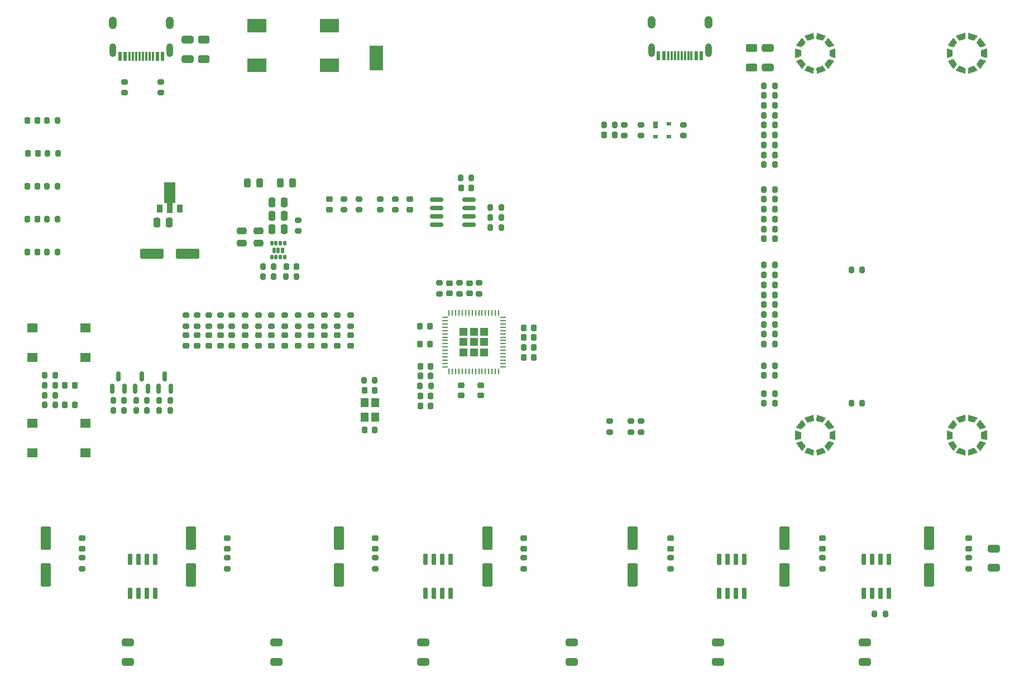
<source format=gbr>
G04 #@! TF.GenerationSoftware,KiCad,Pcbnew,7.0.9*
G04 #@! TF.CreationDate,2024-02-27T14:15:26+02:00*
G04 #@! TF.ProjectId,volthub7,766f6c74-6875-4623-972e-6b696361645f,rev?*
G04 #@! TF.SameCoordinates,Original*
G04 #@! TF.FileFunction,Paste,Top*
G04 #@! TF.FilePolarity,Positive*
%FSLAX46Y46*%
G04 Gerber Fmt 4.6, Leading zero omitted, Abs format (unit mm)*
G04 Created by KiCad (PCBNEW 7.0.9) date 2024-02-27 14:15:26*
%MOMM*%
%LPD*%
G01*
G04 APERTURE LIST*
G04 Aperture macros list*
%AMRoundRect*
0 Rectangle with rounded corners*
0 $1 Rounding radius*
0 $2 $3 $4 $5 $6 $7 $8 $9 X,Y pos of 4 corners*
0 Add a 4 corners polygon primitive as box body*
4,1,4,$2,$3,$4,$5,$6,$7,$8,$9,$2,$3,0*
0 Add four circle primitives for the rounded corners*
1,1,$1+$1,$2,$3*
1,1,$1+$1,$4,$5*
1,1,$1+$1,$6,$7*
1,1,$1+$1,$8,$9*
0 Add four rect primitives between the rounded corners*
20,1,$1+$1,$2,$3,$4,$5,0*
20,1,$1+$1,$4,$5,$6,$7,0*
20,1,$1+$1,$6,$7,$8,$9,0*
20,1,$1+$1,$8,$9,$2,$3,0*%
%AMFreePoly0*
4,1,9,3.862500,-0.866500,0.737500,-0.866500,0.737500,-0.450000,-0.737500,-0.450000,-0.737500,0.450000,0.737500,0.450000,0.737500,0.866500,3.862500,0.866500,3.862500,-0.866500,3.862500,-0.866500,$1*%
G04 Aperture macros list end*
%ADD10C,0.120000*%
%ADD11RoundRect,0.200000X-0.200000X-0.275000X0.200000X-0.275000X0.200000X0.275000X-0.200000X0.275000X0*%
%ADD12RoundRect,0.218750X0.256250X-0.218750X0.256250X0.218750X-0.256250X0.218750X-0.256250X-0.218750X0*%
%ADD13RoundRect,0.200000X-0.275000X0.200000X-0.275000X-0.200000X0.275000X-0.200000X0.275000X0.200000X0*%
%ADD14RoundRect,0.250000X0.250000X0.475000X-0.250000X0.475000X-0.250000X-0.475000X0.250000X-0.475000X0*%
%ADD15RoundRect,0.127500X-0.127500X0.317500X-0.127500X-0.317500X0.127500X-0.317500X0.127500X0.317500X0*%
%ADD16RoundRect,0.125000X-0.125000X0.187500X-0.125000X-0.187500X0.125000X-0.187500X0.125000X0.187500X0*%
%ADD17RoundRect,0.250000X-0.650000X0.325000X-0.650000X-0.325000X0.650000X-0.325000X0.650000X0.325000X0*%
%ADD18RoundRect,0.243750X-0.243750X-0.456250X0.243750X-0.456250X0.243750X0.456250X-0.243750X0.456250X0*%
%ADD19RoundRect,0.200000X0.200000X0.275000X-0.200000X0.275000X-0.200000X-0.275000X0.200000X-0.275000X0*%
%ADD20RoundRect,0.250000X0.475000X-0.250000X0.475000X0.250000X-0.475000X0.250000X-0.475000X-0.250000X0*%
%ADD21RoundRect,0.250000X0.650000X-0.325000X0.650000X0.325000X-0.650000X0.325000X-0.650000X-0.325000X0*%
%ADD22RoundRect,0.200000X0.275000X-0.200000X0.275000X0.200000X-0.275000X0.200000X-0.275000X-0.200000X0*%
%ADD23RoundRect,0.225000X0.225000X0.250000X-0.225000X0.250000X-0.225000X-0.250000X0.225000X-0.250000X0*%
%ADD24R,3.000000X2.000000*%
%ADD25RoundRect,0.218750X-0.256250X0.218750X-0.256250X-0.218750X0.256250X-0.218750X0.256250X0.218750X0*%
%ADD26RoundRect,0.225000X0.250000X-0.225000X0.250000X0.225000X-0.250000X0.225000X-0.250000X-0.225000X0*%
%ADD27RoundRect,0.218750X-0.218750X-0.256250X0.218750X-0.256250X0.218750X0.256250X-0.218750X0.256250X0*%
%ADD28RoundRect,0.250000X-0.625000X0.312500X-0.625000X-0.312500X0.625000X-0.312500X0.625000X0.312500X0*%
%ADD29RoundRect,0.225000X-0.225000X-0.250000X0.225000X-0.250000X0.225000X0.250000X-0.225000X0.250000X0*%
%ADD30RoundRect,0.150000X0.150000X-0.587500X0.150000X0.587500X-0.150000X0.587500X-0.150000X-0.587500X0*%
%ADD31R,1.600000X1.400000*%
%ADD32RoundRect,0.250000X0.625000X-0.312500X0.625000X0.312500X-0.625000X0.312500X-0.625000X-0.312500X0*%
%ADD33R,0.900000X1.300000*%
%ADD34FreePoly0,90.000000*%
%ADD35R,0.700000X1.000000*%
%ADD36R,0.700000X0.600000*%
%ADD37RoundRect,0.250000X0.550000X-1.500000X0.550000X1.500000X-0.550000X1.500000X-0.550000X-1.500000X0*%
%ADD38R,2.000000X3.800000*%
%ADD39R,1.150000X1.400000*%
%ADD40RoundRect,0.150000X0.150000X-0.725000X0.150000X0.725000X-0.150000X0.725000X-0.150000X-0.725000X0*%
%ADD41RoundRect,0.250000X1.500000X0.550000X-1.500000X0.550000X-1.500000X-0.550000X1.500000X-0.550000X0*%
%ADD42R,0.600000X1.450000*%
%ADD43R,0.300000X1.450000*%
%ADD44O,1.000000X2.100000*%
%ADD45O,1.200000X1.920000*%
%ADD46RoundRect,0.250000X0.380000X-0.380000X0.380000X0.380000X-0.380000X0.380000X-0.380000X-0.380000X0*%
%ADD47RoundRect,0.050000X0.050000X-0.387500X0.050000X0.387500X-0.050000X0.387500X-0.050000X-0.387500X0*%
%ADD48RoundRect,0.050000X0.387500X-0.050000X0.387500X0.050000X-0.387500X0.050000X-0.387500X-0.050000X0*%
%ADD49RoundRect,0.225000X-0.250000X0.225000X-0.250000X-0.225000X0.250000X-0.225000X0.250000X0.225000X0*%
%ADD50RoundRect,0.150000X-0.825000X-0.150000X0.825000X-0.150000X0.825000X0.150000X-0.825000X0.150000X0*%
G04 APERTURE END LIST*
G04 #@! TO.C,H11*
D10*
X142062262Y-26300000D02*
X142062262Y-27200000D01*
X141262262Y-27450000D01*
X141262262Y-26050000D01*
X142062262Y-26300000D01*
G36*
X142062262Y-26300000D02*
G01*
X142062262Y-27200000D01*
X141262262Y-27450000D01*
X141262262Y-26050000D01*
X142062262Y-26300000D01*
G37*
X142746928Y-25092815D02*
X142217921Y-25820930D01*
X141423761Y-25552956D01*
X142246660Y-24420332D01*
X142746928Y-25092815D01*
G36*
X142746928Y-25092815D02*
G01*
X142217921Y-25820930D01*
X141423761Y-25552956D01*
X142246660Y-24420332D01*
X142746928Y-25092815D01*
G37*
X142746928Y-28407185D02*
X142246661Y-29079667D01*
X141423761Y-27947044D01*
X142217921Y-27679070D01*
X142746928Y-28407185D01*
G36*
X142746928Y-28407185D02*
G01*
X142246661Y-29079667D01*
X141423761Y-27947044D01*
X142217921Y-27679070D01*
X142746928Y-28407185D01*
G37*
X144010400Y-24518618D02*
X143154449Y-24796733D01*
X142669471Y-24113142D01*
X144000950Y-23680518D01*
X144010400Y-24518618D01*
G36*
X144010400Y-24518618D02*
G01*
X143154449Y-24796733D01*
X142669471Y-24113142D01*
X144000950Y-23680518D01*
X144010400Y-24518618D01*
G37*
X144010400Y-28981382D02*
X144000951Y-29819481D01*
X142669471Y-29386858D01*
X143154449Y-28703267D01*
X144010400Y-28981382D01*
G36*
X144010400Y-28981382D02*
G01*
X144000951Y-29819481D01*
X142669471Y-29386858D01*
X143154449Y-28703267D01*
X144010400Y-28981382D01*
G37*
X145855053Y-24113142D02*
X145370075Y-24796733D01*
X144514124Y-24518618D01*
X144523573Y-23680519D01*
X145855053Y-24113142D01*
G36*
X145855053Y-24113142D02*
G01*
X145370075Y-24796733D01*
X144514124Y-24518618D01*
X144523573Y-23680519D01*
X145855053Y-24113142D01*
G37*
X145855053Y-29386858D02*
X144523574Y-29819482D01*
X144514124Y-28981382D01*
X145370075Y-28703267D01*
X145855053Y-29386858D01*
G36*
X145855053Y-29386858D02*
G01*
X144523574Y-29819482D01*
X144514124Y-28981382D01*
X145370075Y-28703267D01*
X145855053Y-29386858D01*
G37*
X147100763Y-25552956D02*
X146306603Y-25820930D01*
X145777596Y-25092815D01*
X146277863Y-24420333D01*
X147100763Y-25552956D01*
G36*
X147100763Y-25552956D02*
G01*
X146306603Y-25820930D01*
X145777596Y-25092815D01*
X146277863Y-24420333D01*
X147100763Y-25552956D01*
G37*
X147100763Y-27947044D02*
X146277864Y-29079668D01*
X145777596Y-28407185D01*
X146306603Y-27679070D01*
X147100763Y-27947044D01*
G36*
X147100763Y-27947044D02*
G01*
X146277864Y-29079668D01*
X145777596Y-28407185D01*
X146306603Y-27679070D01*
X147100763Y-27947044D01*
G37*
X147262262Y-27450000D02*
X146462262Y-27200000D01*
X146462262Y-26300000D01*
X147262262Y-26050000D01*
X147262262Y-27450000D01*
G36*
X147262262Y-27450000D02*
G01*
X146462262Y-27200000D01*
X146462262Y-26300000D01*
X147262262Y-26050000D01*
X147262262Y-27450000D01*
G37*
G04 #@! TO.C,H10*
X165062262Y-26300000D02*
X165062262Y-27200000D01*
X164262262Y-27450000D01*
X164262262Y-26050000D01*
X165062262Y-26300000D01*
G36*
X165062262Y-26300000D02*
G01*
X165062262Y-27200000D01*
X164262262Y-27450000D01*
X164262262Y-26050000D01*
X165062262Y-26300000D01*
G37*
X165746928Y-25092815D02*
X165217921Y-25820930D01*
X164423761Y-25552956D01*
X165246660Y-24420332D01*
X165746928Y-25092815D01*
G36*
X165746928Y-25092815D02*
G01*
X165217921Y-25820930D01*
X164423761Y-25552956D01*
X165246660Y-24420332D01*
X165746928Y-25092815D01*
G37*
X165746928Y-28407185D02*
X165246661Y-29079667D01*
X164423761Y-27947044D01*
X165217921Y-27679070D01*
X165746928Y-28407185D01*
G36*
X165746928Y-28407185D02*
G01*
X165246661Y-29079667D01*
X164423761Y-27947044D01*
X165217921Y-27679070D01*
X165746928Y-28407185D01*
G37*
X167010400Y-24518618D02*
X166154449Y-24796733D01*
X165669471Y-24113142D01*
X167000950Y-23680518D01*
X167010400Y-24518618D01*
G36*
X167010400Y-24518618D02*
G01*
X166154449Y-24796733D01*
X165669471Y-24113142D01*
X167000950Y-23680518D01*
X167010400Y-24518618D01*
G37*
X167010400Y-28981382D02*
X167000951Y-29819481D01*
X165669471Y-29386858D01*
X166154449Y-28703267D01*
X167010400Y-28981382D01*
G36*
X167010400Y-28981382D02*
G01*
X167000951Y-29819481D01*
X165669471Y-29386858D01*
X166154449Y-28703267D01*
X167010400Y-28981382D01*
G37*
X168855053Y-24113142D02*
X168370075Y-24796733D01*
X167514124Y-24518618D01*
X167523573Y-23680519D01*
X168855053Y-24113142D01*
G36*
X168855053Y-24113142D02*
G01*
X168370075Y-24796733D01*
X167514124Y-24518618D01*
X167523573Y-23680519D01*
X168855053Y-24113142D01*
G37*
X168855053Y-29386858D02*
X167523574Y-29819482D01*
X167514124Y-28981382D01*
X168370075Y-28703267D01*
X168855053Y-29386858D01*
G36*
X168855053Y-29386858D02*
G01*
X167523574Y-29819482D01*
X167514124Y-28981382D01*
X168370075Y-28703267D01*
X168855053Y-29386858D01*
G37*
X170100763Y-25552956D02*
X169306603Y-25820930D01*
X168777596Y-25092815D01*
X169277863Y-24420333D01*
X170100763Y-25552956D01*
G36*
X170100763Y-25552956D02*
G01*
X169306603Y-25820930D01*
X168777596Y-25092815D01*
X169277863Y-24420333D01*
X170100763Y-25552956D01*
G37*
X170100763Y-27947044D02*
X169277864Y-29079668D01*
X168777596Y-28407185D01*
X169306603Y-27679070D01*
X170100763Y-27947044D01*
G36*
X170100763Y-27947044D02*
G01*
X169277864Y-29079668D01*
X168777596Y-28407185D01*
X169306603Y-27679070D01*
X170100763Y-27947044D01*
G37*
X170262262Y-27450000D02*
X169462262Y-27200000D01*
X169462262Y-26300000D01*
X170262262Y-26050000D01*
X170262262Y-27450000D01*
G36*
X170262262Y-27450000D02*
G01*
X169462262Y-27200000D01*
X169462262Y-26300000D01*
X170262262Y-26050000D01*
X170262262Y-27450000D01*
G37*
G04 #@! TO.C,H8*
X142062262Y-84300000D02*
X142062262Y-85200000D01*
X141262262Y-85450000D01*
X141262262Y-84050000D01*
X142062262Y-84300000D01*
G36*
X142062262Y-84300000D02*
G01*
X142062262Y-85200000D01*
X141262262Y-85450000D01*
X141262262Y-84050000D01*
X142062262Y-84300000D01*
G37*
X142746928Y-83092815D02*
X142217921Y-83820930D01*
X141423761Y-83552956D01*
X142246660Y-82420332D01*
X142746928Y-83092815D01*
G36*
X142746928Y-83092815D02*
G01*
X142217921Y-83820930D01*
X141423761Y-83552956D01*
X142246660Y-82420332D01*
X142746928Y-83092815D01*
G37*
X142746928Y-86407185D02*
X142246661Y-87079667D01*
X141423761Y-85947044D01*
X142217921Y-85679070D01*
X142746928Y-86407185D01*
G36*
X142746928Y-86407185D02*
G01*
X142246661Y-87079667D01*
X141423761Y-85947044D01*
X142217921Y-85679070D01*
X142746928Y-86407185D01*
G37*
X144010400Y-82518618D02*
X143154449Y-82796733D01*
X142669471Y-82113142D01*
X144000950Y-81680518D01*
X144010400Y-82518618D01*
G36*
X144010400Y-82518618D02*
G01*
X143154449Y-82796733D01*
X142669471Y-82113142D01*
X144000950Y-81680518D01*
X144010400Y-82518618D01*
G37*
X144010400Y-86981382D02*
X144000951Y-87819481D01*
X142669471Y-87386858D01*
X143154449Y-86703267D01*
X144010400Y-86981382D01*
G36*
X144010400Y-86981382D02*
G01*
X144000951Y-87819481D01*
X142669471Y-87386858D01*
X143154449Y-86703267D01*
X144010400Y-86981382D01*
G37*
X145855053Y-82113142D02*
X145370075Y-82796733D01*
X144514124Y-82518618D01*
X144523573Y-81680519D01*
X145855053Y-82113142D01*
G36*
X145855053Y-82113142D02*
G01*
X145370075Y-82796733D01*
X144514124Y-82518618D01*
X144523573Y-81680519D01*
X145855053Y-82113142D01*
G37*
X145855053Y-87386858D02*
X144523574Y-87819482D01*
X144514124Y-86981382D01*
X145370075Y-86703267D01*
X145855053Y-87386858D01*
G36*
X145855053Y-87386858D02*
G01*
X144523574Y-87819482D01*
X144514124Y-86981382D01*
X145370075Y-86703267D01*
X145855053Y-87386858D01*
G37*
X147100763Y-83552956D02*
X146306603Y-83820930D01*
X145777596Y-83092815D01*
X146277863Y-82420333D01*
X147100763Y-83552956D01*
G36*
X147100763Y-83552956D02*
G01*
X146306603Y-83820930D01*
X145777596Y-83092815D01*
X146277863Y-82420333D01*
X147100763Y-83552956D01*
G37*
X147100763Y-85947044D02*
X146277864Y-87079668D01*
X145777596Y-86407185D01*
X146306603Y-85679070D01*
X147100763Y-85947044D01*
G36*
X147100763Y-85947044D02*
G01*
X146277864Y-87079668D01*
X145777596Y-86407185D01*
X146306603Y-85679070D01*
X147100763Y-85947044D01*
G37*
X147262262Y-85450000D02*
X146462262Y-85200000D01*
X146462262Y-84300000D01*
X147262262Y-84050000D01*
X147262262Y-85450000D01*
G36*
X147262262Y-85450000D02*
G01*
X146462262Y-85200000D01*
X146462262Y-84300000D01*
X147262262Y-84050000D01*
X147262262Y-85450000D01*
G37*
G04 #@! TO.C,H9*
X165062262Y-84300000D02*
X165062262Y-85200000D01*
X164262262Y-85450000D01*
X164262262Y-84050000D01*
X165062262Y-84300000D01*
G36*
X165062262Y-84300000D02*
G01*
X165062262Y-85200000D01*
X164262262Y-85450000D01*
X164262262Y-84050000D01*
X165062262Y-84300000D01*
G37*
X165746928Y-83092815D02*
X165217921Y-83820930D01*
X164423761Y-83552956D01*
X165246660Y-82420332D01*
X165746928Y-83092815D01*
G36*
X165746928Y-83092815D02*
G01*
X165217921Y-83820930D01*
X164423761Y-83552956D01*
X165246660Y-82420332D01*
X165746928Y-83092815D01*
G37*
X165746928Y-86407185D02*
X165246661Y-87079667D01*
X164423761Y-85947044D01*
X165217921Y-85679070D01*
X165746928Y-86407185D01*
G36*
X165746928Y-86407185D02*
G01*
X165246661Y-87079667D01*
X164423761Y-85947044D01*
X165217921Y-85679070D01*
X165746928Y-86407185D01*
G37*
X167010400Y-82518618D02*
X166154449Y-82796733D01*
X165669471Y-82113142D01*
X167000950Y-81680518D01*
X167010400Y-82518618D01*
G36*
X167010400Y-82518618D02*
G01*
X166154449Y-82796733D01*
X165669471Y-82113142D01*
X167000950Y-81680518D01*
X167010400Y-82518618D01*
G37*
X167010400Y-86981382D02*
X167000951Y-87819481D01*
X165669471Y-87386858D01*
X166154449Y-86703267D01*
X167010400Y-86981382D01*
G36*
X167010400Y-86981382D02*
G01*
X167000951Y-87819481D01*
X165669471Y-87386858D01*
X166154449Y-86703267D01*
X167010400Y-86981382D01*
G37*
X168855053Y-82113142D02*
X168370075Y-82796733D01*
X167514124Y-82518618D01*
X167523573Y-81680519D01*
X168855053Y-82113142D01*
G36*
X168855053Y-82113142D02*
G01*
X168370075Y-82796733D01*
X167514124Y-82518618D01*
X167523573Y-81680519D01*
X168855053Y-82113142D01*
G37*
X168855053Y-87386858D02*
X167523574Y-87819482D01*
X167514124Y-86981382D01*
X168370075Y-86703267D01*
X168855053Y-87386858D01*
G36*
X168855053Y-87386858D02*
G01*
X167523574Y-87819482D01*
X167514124Y-86981382D01*
X168370075Y-86703267D01*
X168855053Y-87386858D01*
G37*
X170100763Y-83552956D02*
X169306603Y-83820930D01*
X168777596Y-83092815D01*
X169277863Y-82420333D01*
X170100763Y-83552956D01*
G36*
X170100763Y-83552956D02*
G01*
X169306603Y-83820930D01*
X168777596Y-83092815D01*
X169277863Y-82420333D01*
X170100763Y-83552956D01*
G37*
X170100763Y-85947044D02*
X169277864Y-87079668D01*
X168777596Y-86407185D01*
X169306603Y-85679070D01*
X170100763Y-85947044D01*
G36*
X170100763Y-85947044D02*
G01*
X169277864Y-87079668D01*
X168777596Y-86407185D01*
X169306603Y-85679070D01*
X170100763Y-85947044D01*
G37*
X170262262Y-85450000D02*
X169462262Y-85200000D01*
X169462262Y-84300000D01*
X170262262Y-84050000D01*
X170262262Y-85450000D01*
G36*
X170262262Y-85450000D02*
G01*
X169462262Y-85200000D01*
X169462262Y-84300000D01*
X170262262Y-84050000D01*
X170262262Y-85450000D01*
G37*
G04 #@! TD*
D11*
G04 #@! TO.C,R61*
X60537262Y-60700000D03*
X62187262Y-60700000D03*
G04 #@! TD*
D12*
G04 #@! TO.C,D5*
X50612262Y-71162500D03*
X50612262Y-69587500D03*
G04 #@! TD*
D13*
G04 #@! TO.C,R83*
X116362262Y-82625000D03*
X116362262Y-84275000D03*
G04 #@! TD*
D11*
G04 #@! TO.C,R9*
X136537262Y-75700000D03*
X138187262Y-75700000D03*
G04 #@! TD*
D14*
G04 #@! TO.C,C32*
X63812262Y-49450000D03*
X61912262Y-49450000D03*
G04 #@! TD*
D15*
G04 #@! TO.C,U6*
X63492262Y-56700000D03*
X62862262Y-56700000D03*
X62232262Y-56700000D03*
D16*
X63837262Y-55637500D03*
X63187262Y-55637500D03*
X62537262Y-55637500D03*
X61887262Y-55637500D03*
X61887262Y-57762500D03*
X62537262Y-57762500D03*
X63187262Y-57762500D03*
X63837262Y-57762500D03*
G04 #@! TD*
D17*
G04 #@! TO.C,C21*
X62612262Y-116225000D03*
X62612262Y-119175000D03*
G04 #@! TD*
D18*
G04 #@! TO.C,F1*
X58174762Y-46450000D03*
X60049762Y-46450000D03*
G04 #@! TD*
D19*
G04 #@! TO.C,R89*
X29112262Y-78700000D03*
X27462262Y-78700000D03*
G04 #@! TD*
D17*
G04 #@! TO.C,C22*
X84862262Y-116225000D03*
X84862262Y-119175000D03*
G04 #@! TD*
D11*
G04 #@! TO.C,R88*
X37837262Y-81012500D03*
X39487262Y-81012500D03*
G04 #@! TD*
D20*
G04 #@! TO.C,C37*
X59862262Y-55650000D03*
X59862262Y-53750000D03*
G04 #@! TD*
D12*
G04 #@! TO.C,D15*
X61862262Y-71162500D03*
X61862262Y-69587500D03*
G04 #@! TD*
D21*
G04 #@! TO.C,C26*
X171362262Y-104925000D03*
X171362262Y-101975000D03*
G04 #@! TD*
D19*
G04 #@! TO.C,R3*
X96687262Y-50200000D03*
X95037262Y-50200000D03*
G04 #@! TD*
D11*
G04 #@! TO.C,R21*
X136537262Y-39200000D03*
X138187262Y-39200000D03*
G04 #@! TD*
D22*
G04 #@! TO.C,R72*
X67862262Y-68200000D03*
X67862262Y-66550000D03*
G04 #@! TD*
D23*
G04 #@! TO.C,C9*
X85887262Y-70950000D03*
X84337262Y-70950000D03*
G04 #@! TD*
D12*
G04 #@! TO.C,D12*
X55862262Y-71162500D03*
X55862262Y-69587500D03*
G04 #@! TD*
G04 #@! TO.C,D18*
X63862262Y-71162500D03*
X63862262Y-69587500D03*
G04 #@! TD*
D19*
G04 #@! TO.C,R34*
X138187262Y-78450000D03*
X136537262Y-78450000D03*
G04 #@! TD*
G04 #@! TO.C,R45*
X138187262Y-37700000D03*
X136537262Y-37700000D03*
G04 #@! TD*
G04 #@! TO.C,R36*
X138187262Y-70950000D03*
X136537262Y-70950000D03*
G04 #@! TD*
D12*
G04 #@! TO.C,D20*
X67862262Y-71162500D03*
X67862262Y-69587500D03*
G04 #@! TD*
D11*
G04 #@! TO.C,R13*
X136537262Y-63450000D03*
X138187262Y-63450000D03*
G04 #@! TD*
D24*
G04 #@! TO.C,J13*
X70612262Y-22600000D03*
X70612262Y-28600000D03*
X59612262Y-28600000D03*
X59612262Y-22600000D03*
G04 #@! TD*
D22*
G04 #@! TO.C,R70*
X63862262Y-68200000D03*
X63862262Y-66550000D03*
G04 #@! TD*
D13*
G04 #@! TO.C,R54*
X55112262Y-103375000D03*
X55112262Y-105025000D03*
G04 #@! TD*
G04 #@! TO.C,R82*
X117862262Y-82625000D03*
X117862262Y-84275000D03*
G04 #@! TD*
D25*
G04 #@! TO.C,D3*
X70612262Y-48950000D03*
X70612262Y-50525000D03*
G04 #@! TD*
D26*
G04 #@! TO.C,C17*
X91862262Y-63225000D03*
X91862262Y-61675000D03*
G04 #@! TD*
D11*
G04 #@! TO.C,R16*
X136537262Y-54950000D03*
X138187262Y-54950000D03*
G04 #@! TD*
D19*
G04 #@! TO.C,R86*
X46487262Y-79512500D03*
X44837262Y-79512500D03*
G04 #@! TD*
D23*
G04 #@! TO.C,C10*
X85887262Y-68200000D03*
X84337262Y-68200000D03*
G04 #@! TD*
D14*
G04 #@! TO.C,C31*
X63812262Y-51450000D03*
X61912262Y-51450000D03*
G04 #@! TD*
D23*
G04 #@! TO.C,C1*
X92137262Y-47200000D03*
X90587262Y-47200000D03*
G04 #@! TD*
D12*
G04 #@! TO.C,D6*
X52362262Y-71162500D03*
X52362262Y-69587500D03*
G04 #@! TD*
D22*
G04 #@! TO.C,R28*
X93362262Y-63275000D03*
X93362262Y-61625000D03*
G04 #@! TD*
D19*
G04 #@! TO.C,R1*
X92187262Y-45700000D03*
X90537262Y-45700000D03*
G04 #@! TD*
D11*
G04 #@! TO.C,R23*
X136537262Y-33200000D03*
X138187262Y-33200000D03*
G04 #@! TD*
D27*
G04 #@! TO.C,D32*
X24824762Y-51950000D03*
X26399762Y-51950000D03*
G04 #@! TD*
D17*
G04 #@! TO.C,C25*
X151862262Y-116225000D03*
X151862262Y-119175000D03*
G04 #@! TD*
D19*
G04 #@! TO.C,R87*
X29437262Y-46950000D03*
X27787262Y-46950000D03*
G04 #@! TD*
D22*
G04 #@! TO.C,R6*
X117862262Y-39275000D03*
X117862262Y-37625000D03*
G04 #@! TD*
D11*
G04 #@! TO.C,R22*
X136537262Y-36200000D03*
X138187262Y-36200000D03*
G04 #@! TD*
D22*
G04 #@! TO.C,R51*
X52362262Y-68200000D03*
X52362262Y-66550000D03*
G04 #@! TD*
D19*
G04 #@! TO.C,R91*
X29112262Y-80200000D03*
X27462262Y-80200000D03*
G04 #@! TD*
D17*
G04 #@! TO.C,C23*
X107362262Y-116225000D03*
X107362262Y-119175000D03*
G04 #@! TD*
D28*
G04 #@! TO.C,R55*
X51612262Y-24737500D03*
X51612262Y-27662500D03*
G04 #@! TD*
D19*
G04 #@! TO.C,R38*
X138187262Y-66450000D03*
X136537262Y-66450000D03*
G04 #@! TD*
D22*
G04 #@! TO.C,R25*
X80612262Y-50562500D03*
X80612262Y-48912500D03*
G04 #@! TD*
D19*
G04 #@! TO.C,R43*
X138187262Y-47450000D03*
X136537262Y-47450000D03*
G04 #@! TD*
G04 #@! TO.C,R46*
X138187262Y-34700000D03*
X136537262Y-34700000D03*
G04 #@! TD*
D12*
G04 #@! TO.C,D21*
X69862262Y-71162500D03*
X69862262Y-69587500D03*
G04 #@! TD*
G04 #@! TO.C,D4*
X48862262Y-71162500D03*
X48862262Y-69587500D03*
G04 #@! TD*
D11*
G04 #@! TO.C,R26*
X75887262Y-76450000D03*
X77537262Y-76450000D03*
G04 #@! TD*
G04 #@! TO.C,R93*
X41337262Y-81012500D03*
X42987262Y-81012500D03*
G04 #@! TD*
D25*
G04 #@! TO.C,D23*
X145362262Y-100412500D03*
X145362262Y-101987500D03*
G04 #@! TD*
D11*
G04 #@! TO.C,R27*
X112287262Y-37700000D03*
X113937262Y-37700000D03*
G04 #@! TD*
D19*
G04 #@! TO.C,R42*
X138187262Y-50450000D03*
X136537262Y-50450000D03*
G04 #@! TD*
D11*
G04 #@! TO.C,R14*
X136537262Y-60450000D03*
X138187262Y-60450000D03*
G04 #@! TD*
G04 #@! TO.C,R48*
X84387262Y-77300000D03*
X86037262Y-77300000D03*
G04 #@! TD*
G04 #@! TO.C,R98*
X153287262Y-111950000D03*
X154937262Y-111950000D03*
G04 #@! TD*
G04 #@! TO.C,R97*
X27787262Y-51950000D03*
X29437262Y-51950000D03*
G04 #@! TD*
D19*
G04 #@! TO.C,R37*
X138187262Y-67950000D03*
X136537262Y-67950000D03*
G04 #@! TD*
D29*
G04 #@! TO.C,C6*
X100087262Y-69950000D03*
X101637262Y-69950000D03*
G04 #@! TD*
D30*
G04 #@! TO.C,Q1*
X44712262Y-77700000D03*
X46612262Y-77700000D03*
X45662262Y-75825000D03*
G04 #@! TD*
D11*
G04 #@! TO.C,R12*
X136537262Y-64950000D03*
X138187262Y-64950000D03*
G04 #@! TD*
D25*
G04 #@! TO.C,D28*
X167612262Y-100412500D03*
X167612262Y-101987500D03*
G04 #@! TD*
D31*
G04 #@! TO.C,SW2*
X25612262Y-68450000D03*
X33612262Y-68450000D03*
X25612262Y-72950000D03*
X33612262Y-72950000D03*
G04 #@! TD*
D29*
G04 #@! TO.C,C18*
X100087262Y-72950000D03*
X101637262Y-72950000D03*
G04 #@! TD*
D12*
G04 #@! TO.C,D13*
X57862262Y-71162500D03*
X57862262Y-69587500D03*
G04 #@! TD*
D19*
G04 #@! TO.C,R41*
X138187262Y-53450000D03*
X136537262Y-53450000D03*
G04 #@! TD*
D22*
G04 #@! TO.C,R67*
X61862262Y-68200000D03*
X61862262Y-66550000D03*
G04 #@! TD*
D32*
G04 #@! TO.C,R2*
X134612262Y-28912500D03*
X134612262Y-25987500D03*
G04 #@! TD*
D33*
G04 #@! TO.C,U5*
X44912262Y-50400000D03*
D34*
X46412262Y-50312500D03*
D33*
X47912262Y-50400000D03*
G04 #@! TD*
D13*
G04 #@! TO.C,R74*
X122362262Y-103375000D03*
X122362262Y-105025000D03*
G04 #@! TD*
D11*
G04 #@! TO.C,R4*
X95037262Y-53200000D03*
X96687262Y-53200000D03*
G04 #@! TD*
D23*
G04 #@! TO.C,C7*
X85987262Y-78800000D03*
X84437262Y-78800000D03*
G04 #@! TD*
D11*
G04 #@! TO.C,R19*
X136537262Y-43700000D03*
X138187262Y-43700000D03*
G04 #@! TD*
D27*
G04 #@! TO.C,D11*
X24824762Y-36950000D03*
X26399762Y-36950000D03*
G04 #@! TD*
D14*
G04 #@! TO.C,C33*
X46362262Y-52450000D03*
X44462262Y-52450000D03*
G04 #@! TD*
D21*
G04 #@! TO.C,C2*
X137112262Y-28925000D03*
X137112262Y-25975000D03*
G04 #@! TD*
D19*
G04 #@! TO.C,R60*
X62187262Y-59200000D03*
X60537262Y-59200000D03*
G04 #@! TD*
D25*
G04 #@! TO.C,D22*
X122362262Y-100412500D03*
X122362262Y-101987500D03*
G04 #@! TD*
D22*
G04 #@! TO.C,R73*
X69862262Y-68200000D03*
X69862262Y-66550000D03*
G04 #@! TD*
D19*
G04 #@! TO.C,R94*
X29112262Y-75700000D03*
X27462262Y-75700000D03*
G04 #@! TD*
D35*
G04 #@! TO.C,D1*
X120112262Y-37700000D03*
D36*
X120112262Y-39400000D03*
X122112262Y-39400000D03*
X122112262Y-37500000D03*
G04 #@! TD*
D12*
G04 #@! TO.C,D25*
X73862262Y-71162500D03*
X73862262Y-69587500D03*
G04 #@! TD*
D19*
G04 #@! TO.C,R40*
X138187262Y-58950000D03*
X136537262Y-58950000D03*
G04 #@! TD*
D13*
G04 #@! TO.C,R30*
X87362262Y-61625000D03*
X87362262Y-63275000D03*
G04 #@! TD*
D37*
G04 #@! TO.C,C40*
X116612262Y-106000000D03*
X116612262Y-100400000D03*
G04 #@! TD*
D11*
G04 #@! TO.C,R62*
X27862262Y-41950000D03*
X29512262Y-41950000D03*
G04 #@! TD*
D13*
G04 #@! TO.C,R75*
X145362262Y-103375000D03*
X145362262Y-105025000D03*
G04 #@! TD*
D38*
G04 #@! TO.C,TP11*
X77750000Y-27500000D03*
G04 #@! TD*
D37*
G04 #@! TO.C,C42*
X161612262Y-106000000D03*
X161612262Y-100400000D03*
G04 #@! TD*
D22*
G04 #@! TO.C,R24*
X115362262Y-39275000D03*
X115362262Y-37625000D03*
G04 #@! TD*
D27*
G04 #@! TO.C,D10*
X24899762Y-41950000D03*
X26474762Y-41950000D03*
G04 #@! TD*
D17*
G04 #@! TO.C,C20*
X40112262Y-116250000D03*
X40112262Y-119200000D03*
G04 #@! TD*
D22*
G04 #@! TO.C,R57*
X45112262Y-32775000D03*
X45112262Y-31125000D03*
G04 #@! TD*
D19*
G04 #@! TO.C,R15*
X151437262Y-59700000D03*
X149787262Y-59700000D03*
G04 #@! TD*
D37*
G04 #@! TO.C,C28*
X49612262Y-106000000D03*
X49612262Y-100400000D03*
G04 #@! TD*
D23*
G04 #@! TO.C,C3*
X85987262Y-74300000D03*
X84437262Y-74300000D03*
G04 #@! TD*
D17*
G04 #@! TO.C,C29*
X49112262Y-24725000D03*
X49112262Y-27675000D03*
G04 #@! TD*
D22*
G04 #@! TO.C,R59*
X65862262Y-53775000D03*
X65862262Y-52125000D03*
G04 #@! TD*
D29*
G04 #@! TO.C,C34*
X64087262Y-59200000D03*
X65637262Y-59200000D03*
G04 #@! TD*
D39*
G04 #@! TO.C,Y1*
X77612262Y-82050000D03*
X77612262Y-79850000D03*
X76012262Y-79850000D03*
X76012262Y-82050000D03*
G04 #@! TD*
D22*
G04 #@! TO.C,R65*
X57862262Y-68200000D03*
X57862262Y-66550000D03*
G04 #@! TD*
D37*
G04 #@! TO.C,C38*
X72112262Y-106000000D03*
X72112262Y-100400000D03*
G04 #@! TD*
D25*
G04 #@! TO.C,D9*
X55112262Y-100412500D03*
X55112262Y-101987500D03*
G04 #@! TD*
D22*
G04 #@! TO.C,R77*
X73862262Y-68200000D03*
X73862262Y-66550000D03*
G04 #@! TD*
D13*
G04 #@! TO.C,R69*
X100112262Y-103375000D03*
X100112262Y-105025000D03*
G04 #@! TD*
D30*
G04 #@! TO.C,Q2*
X37712262Y-77700000D03*
X39612262Y-77700000D03*
X38662262Y-75825000D03*
G04 #@! TD*
D29*
G04 #@! TO.C,C5*
X100087262Y-68450000D03*
X101637262Y-68450000D03*
G04 #@! TD*
D18*
G04 #@! TO.C,F2*
X63174762Y-46450000D03*
X65049762Y-46450000D03*
G04 #@! TD*
D30*
G04 #@! TO.C,Q3*
X41212262Y-77700000D03*
X43112262Y-77700000D03*
X42162262Y-75825000D03*
G04 #@! TD*
D19*
G04 #@! TO.C,R44*
X138187262Y-42200000D03*
X136537262Y-42200000D03*
G04 #@! TD*
D11*
G04 #@! TO.C,R20*
X136537262Y-40700000D03*
X138187262Y-40700000D03*
G04 #@! TD*
D25*
G04 #@! TO.C,D16*
X77612262Y-100412500D03*
X77612262Y-101987500D03*
G04 #@! TD*
D40*
G04 #@! TO.C,U7*
X85207262Y-108775000D03*
X86477262Y-108775000D03*
X87747262Y-108775000D03*
X89017262Y-108775000D03*
X89017262Y-103625000D03*
X87747262Y-103625000D03*
X86477262Y-103625000D03*
X85207262Y-103625000D03*
G04 #@! TD*
D37*
G04 #@! TO.C,C39*
X94612262Y-106000000D03*
X94612262Y-100400000D03*
G04 #@! TD*
D12*
G04 #@! TO.C,D19*
X65862262Y-71162500D03*
X65862262Y-69587500D03*
G04 #@! TD*
D22*
G04 #@! TO.C,R50*
X50612262Y-68200000D03*
X50612262Y-66550000D03*
G04 #@! TD*
D37*
G04 #@! TO.C,C27*
X27612262Y-106000000D03*
X27612262Y-100400000D03*
G04 #@! TD*
D22*
G04 #@! TO.C,R66*
X59862262Y-68200000D03*
X59862262Y-66550000D03*
G04 #@! TD*
D27*
G04 #@! TO.C,D30*
X24824762Y-46950000D03*
X26399762Y-46950000D03*
G04 #@! TD*
D29*
G04 #@! TO.C,C45*
X30512262Y-77200000D03*
X32062262Y-77200000D03*
G04 #@! TD*
D25*
G04 #@! TO.C,D17*
X100112262Y-100412500D03*
X100112262Y-101987500D03*
G04 #@! TD*
D31*
G04 #@! TO.C,SW1*
X33612262Y-87450000D03*
X25612262Y-87450000D03*
X33612262Y-82950000D03*
X25612262Y-82950000D03*
G04 #@! TD*
D12*
G04 #@! TO.C,D24*
X71862262Y-71162500D03*
X71862262Y-69587500D03*
G04 #@! TD*
D41*
G04 #@! TO.C,C35*
X49112262Y-57200000D03*
X43712262Y-57200000D03*
G04 #@! TD*
D20*
G04 #@! TO.C,C36*
X57362262Y-55640000D03*
X57362262Y-53740000D03*
G04 #@! TD*
D37*
G04 #@! TO.C,C41*
X139612262Y-106000000D03*
X139612262Y-100400000D03*
G04 #@! TD*
D40*
G04 #@! TO.C,U8*
X129707262Y-108775000D03*
X130977262Y-108775000D03*
X132247262Y-108775000D03*
X133517262Y-108775000D03*
X133517262Y-103625000D03*
X132247262Y-103625000D03*
X130977262Y-103625000D03*
X129707262Y-103625000D03*
G04 #@! TD*
D17*
G04 #@! TO.C,C24*
X129612262Y-116225000D03*
X129612262Y-119175000D03*
G04 #@! TD*
D23*
G04 #@! TO.C,C8*
X85987262Y-80300000D03*
X84437262Y-80300000D03*
G04 #@! TD*
D40*
G04 #@! TO.C,U9*
X151707262Y-108775000D03*
X152977262Y-108775000D03*
X154247262Y-108775000D03*
X155517262Y-108775000D03*
X155517262Y-103625000D03*
X154247262Y-103625000D03*
X152977262Y-103625000D03*
X151707262Y-103625000D03*
G04 #@! TD*
D22*
G04 #@! TO.C,R31*
X90362262Y-63275000D03*
X90362262Y-61625000D03*
G04 #@! TD*
D11*
G04 #@! TO.C,R58*
X64037262Y-60700000D03*
X65687262Y-60700000D03*
G04 #@! TD*
D13*
G04 #@! TO.C,R84*
X113112262Y-82625000D03*
X113112262Y-84275000D03*
G04 #@! TD*
D22*
G04 #@! TO.C,R56*
X39612262Y-32775000D03*
X39612262Y-31125000D03*
G04 #@! TD*
D29*
G04 #@! TO.C,C13*
X75937262Y-77950000D03*
X77487262Y-77950000D03*
G04 #@! TD*
D22*
G04 #@! TO.C,R64*
X55862262Y-68200000D03*
X55862262Y-66550000D03*
G04 #@! TD*
D23*
G04 #@! TO.C,C11*
X113887262Y-39200000D03*
X112337262Y-39200000D03*
G04 #@! TD*
D40*
G04 #@! TO.C,U4*
X40457262Y-108775000D03*
X41727262Y-108775000D03*
X42997262Y-108775000D03*
X44267262Y-108775000D03*
X44267262Y-103625000D03*
X42997262Y-103625000D03*
X41727262Y-103625000D03*
X40457262Y-103625000D03*
G04 #@! TD*
D11*
G04 #@! TO.C,R92*
X27787262Y-56950000D03*
X29437262Y-56950000D03*
G04 #@! TD*
D29*
G04 #@! TO.C,C44*
X30512262Y-80200000D03*
X32062262Y-80200000D03*
G04 #@! TD*
D42*
G04 #@! TO.C,J3*
X127042262Y-27200000D03*
X126242262Y-27200000D03*
D43*
X125042262Y-27200000D03*
X124042262Y-27200000D03*
X123542262Y-27200000D03*
X122542262Y-27200000D03*
D42*
X121342262Y-27200000D03*
X120542262Y-27200000D03*
X120542262Y-27200000D03*
X121342262Y-27200000D03*
D43*
X122042262Y-27200000D03*
X123042262Y-27200000D03*
X124542262Y-27200000D03*
X125542262Y-27200000D03*
D42*
X126242262Y-27200000D03*
X127042262Y-27200000D03*
D44*
X128112262Y-26285000D03*
D45*
X128112262Y-22105000D03*
D44*
X119472262Y-26285000D03*
D45*
X119472262Y-22105000D03*
G04 #@! TD*
D11*
G04 #@! TO.C,R63*
X27787262Y-36950000D03*
X29437262Y-36950000D03*
G04 #@! TD*
D19*
G04 #@! TO.C,R95*
X42987262Y-79512500D03*
X41337262Y-79512500D03*
G04 #@! TD*
D12*
G04 #@! TO.C,D14*
X59862262Y-71162500D03*
X59862262Y-69587500D03*
G04 #@! TD*
D22*
G04 #@! TO.C,R49*
X48862262Y-68200000D03*
X48862262Y-66550000D03*
G04 #@! TD*
D19*
G04 #@! TO.C,R35*
X138187262Y-79950000D03*
X136537262Y-79950000D03*
G04 #@! TD*
D11*
G04 #@! TO.C,R85*
X44837262Y-81012500D03*
X46487262Y-81012500D03*
G04 #@! TD*
D19*
G04 #@! TO.C,R8*
X151437262Y-79950000D03*
X149787262Y-79950000D03*
G04 #@! TD*
D12*
G04 #@! TO.C,D7*
X54112262Y-71162500D03*
X54112262Y-69587500D03*
G04 #@! TD*
D19*
G04 #@! TO.C,R47*
X138187262Y-31700000D03*
X136537262Y-31700000D03*
G04 #@! TD*
G04 #@! TO.C,R96*
X29112262Y-77200000D03*
X27462262Y-77200000D03*
G04 #@! TD*
D14*
G04 #@! TO.C,C30*
X63812262Y-53450000D03*
X61912262Y-53450000D03*
G04 #@! TD*
D46*
G04 #@! TO.C,U3*
X90972262Y-72200000D03*
X92542262Y-72200000D03*
X94112262Y-72200000D03*
X90972262Y-70630000D03*
X92542262Y-70630000D03*
X94112262Y-70630000D03*
X90972262Y-69060000D03*
X92542262Y-69060000D03*
X94112262Y-69060000D03*
D47*
X88792262Y-75042500D03*
X89292262Y-75042500D03*
X89792262Y-75042500D03*
X90292262Y-75042500D03*
X90792262Y-75042500D03*
X91292262Y-75042500D03*
X91792262Y-75042500D03*
X92292262Y-75042500D03*
X92792262Y-75042500D03*
X93292262Y-75042500D03*
X93792262Y-75042500D03*
X94292262Y-75042500D03*
X94792262Y-75042500D03*
X95292262Y-75042500D03*
X95792262Y-75042500D03*
X96292262Y-75042500D03*
D48*
X96954762Y-74380000D03*
X96954762Y-73880000D03*
X96954762Y-73380000D03*
X96954762Y-72880000D03*
X96954762Y-72380000D03*
X96954762Y-71880000D03*
X96954762Y-71380000D03*
X96954762Y-70880000D03*
X96954762Y-70380000D03*
X96954762Y-69880000D03*
X96954762Y-69380000D03*
X96954762Y-68880000D03*
X96954762Y-68380000D03*
X96954762Y-67880000D03*
X96954762Y-67380000D03*
X96954762Y-66880000D03*
D47*
X96292262Y-66217500D03*
X95792262Y-66217500D03*
X95292262Y-66217500D03*
X94792262Y-66217500D03*
X94292262Y-66217500D03*
X93792262Y-66217500D03*
X93292262Y-66217500D03*
X92792262Y-66217500D03*
X92292262Y-66217500D03*
X91792262Y-66217500D03*
X91292262Y-66217500D03*
X90792262Y-66217500D03*
X90292262Y-66217500D03*
X89792262Y-66217500D03*
X89292262Y-66217500D03*
X88792262Y-66217500D03*
D48*
X88129762Y-66880000D03*
X88129762Y-67380000D03*
X88129762Y-67880000D03*
X88129762Y-68380000D03*
X88129762Y-68880000D03*
X88129762Y-69380000D03*
X88129762Y-69880000D03*
X88129762Y-70380000D03*
X88129762Y-70880000D03*
X88129762Y-71380000D03*
X88129762Y-71880000D03*
X88129762Y-72380000D03*
X88129762Y-72880000D03*
X88129762Y-73380000D03*
X88129762Y-73880000D03*
X88129762Y-74380000D03*
G04 #@! TD*
D11*
G04 #@! TO.C,R10*
X136537262Y-74200000D03*
X138187262Y-74200000D03*
G04 #@! TD*
D49*
G04 #@! TO.C,C14*
X93612262Y-77175000D03*
X93612262Y-78725000D03*
G04 #@! TD*
G04 #@! TO.C,C15*
X90612262Y-77175000D03*
X90612262Y-78725000D03*
G04 #@! TD*
D11*
G04 #@! TO.C,R5*
X95037262Y-51700000D03*
X96687262Y-51700000D03*
G04 #@! TD*
D13*
G04 #@! TO.C,R53*
X33112262Y-103375000D03*
X33112262Y-105025000D03*
G04 #@! TD*
D22*
G04 #@! TO.C,R76*
X71862262Y-68200000D03*
X71862262Y-66550000D03*
G04 #@! TD*
G04 #@! TO.C,R71*
X65862262Y-68200000D03*
X65862262Y-66550000D03*
G04 #@! TD*
D11*
G04 #@! TO.C,R17*
X136537262Y-51950000D03*
X138187262Y-51950000D03*
G04 #@! TD*
D19*
G04 #@! TO.C,R90*
X39487262Y-79512500D03*
X37837262Y-79512500D03*
G04 #@! TD*
D22*
G04 #@! TO.C,R52*
X54112262Y-68200000D03*
X54112262Y-66550000D03*
G04 #@! TD*
D50*
G04 #@! TO.C,U1*
X86887262Y-49045000D03*
X86887262Y-50315000D03*
X86887262Y-51585000D03*
X86887262Y-52855000D03*
X91837262Y-52855000D03*
X91837262Y-51585000D03*
X91837262Y-50315000D03*
X91837262Y-49045000D03*
G04 #@! TD*
D23*
G04 #@! TO.C,C4*
X85987262Y-75800000D03*
X84437262Y-75800000D03*
G04 #@! TD*
D13*
G04 #@! TO.C,R33*
X78362262Y-48912500D03*
X78362262Y-50562500D03*
G04 #@! TD*
G04 #@! TO.C,R68*
X77612262Y-103375000D03*
X77612262Y-105025000D03*
G04 #@! TD*
D22*
G04 #@! TO.C,R7*
X124362262Y-39275000D03*
X124362262Y-37625000D03*
G04 #@! TD*
D11*
G04 #@! TO.C,R18*
X136537262Y-48950000D03*
X138187262Y-48950000D03*
G04 #@! TD*
D27*
G04 #@! TO.C,D31*
X24824762Y-56950000D03*
X26399762Y-56950000D03*
G04 #@! TD*
D25*
G04 #@! TO.C,D2*
X82862262Y-48950000D03*
X82862262Y-50525000D03*
G04 #@! TD*
D26*
G04 #@! TO.C,C16*
X88862262Y-63225000D03*
X88862262Y-61675000D03*
G04 #@! TD*
D42*
G04 #@! TO.C,J11*
X45362262Y-27245000D03*
X44562262Y-27245000D03*
D43*
X43362262Y-27245000D03*
X42362262Y-27245000D03*
X41862262Y-27245000D03*
X40862262Y-27245000D03*
D42*
X39662262Y-27245000D03*
X38862262Y-27245000D03*
X38862262Y-27245000D03*
X39662262Y-27245000D03*
D43*
X40362262Y-27245000D03*
X41362262Y-27245000D03*
X42862262Y-27245000D03*
X43862262Y-27245000D03*
D42*
X44562262Y-27245000D03*
X45362262Y-27245000D03*
D44*
X46432262Y-26330000D03*
D45*
X46432262Y-22150000D03*
D44*
X37792262Y-26330000D03*
D45*
X37792262Y-22150000D03*
G04 #@! TD*
D11*
G04 #@! TO.C,R11*
X136537262Y-69450000D03*
X138187262Y-69450000D03*
G04 #@! TD*
D22*
G04 #@! TO.C,R29*
X72862262Y-50562500D03*
X72862262Y-48912500D03*
G04 #@! TD*
D25*
G04 #@! TO.C,D8*
X33112262Y-100412500D03*
X33112262Y-101987500D03*
G04 #@! TD*
D13*
G04 #@! TO.C,R80*
X167612262Y-103375000D03*
X167612262Y-105025000D03*
G04 #@! TD*
D29*
G04 #@! TO.C,C12*
X75937262Y-83950000D03*
X77487262Y-83950000D03*
G04 #@! TD*
D22*
G04 #@! TO.C,R32*
X75112262Y-50562500D03*
X75112262Y-48912500D03*
G04 #@! TD*
D19*
G04 #@! TO.C,R39*
X138187262Y-61950000D03*
X136537262Y-61950000D03*
G04 #@! TD*
D29*
G04 #@! TO.C,C19*
X100087262Y-71450000D03*
X101637262Y-71450000D03*
G04 #@! TD*
M02*

</source>
